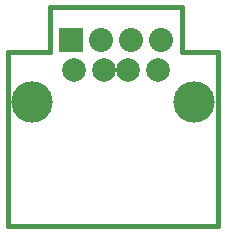
<source format=gbs>
G04 (created by PCBNEW-RS274X (2012-apr-16-27)-stable) date dim. 02 juin 2013 02:33:15 CST*
G01*
G70*
G90*
%MOIN*%
G04 Gerber Fmt 3.4, Leading zero omitted, Abs format*
%FSLAX34Y34*%
G04 APERTURE LIST*
%ADD10C,0.006000*%
%ADD11C,0.015000*%
%ADD12C,0.079100*%
%ADD13C,0.138100*%
%ADD14R,0.080000X0.080000*%
%ADD15C,0.080000*%
G04 APERTURE END LIST*
G54D10*
G54D11*
X48400Y-34400D02*
X48400Y-32900D01*
X44000Y-32900D02*
X44000Y-34400D01*
X44000Y-32900D02*
X48400Y-32900D01*
X49600Y-34400D02*
X49600Y-40200D01*
X42600Y-40200D02*
X42600Y-34400D01*
X44000Y-34400D02*
X42600Y-34400D01*
X49600Y-34400D02*
X48400Y-34400D01*
X49600Y-40200D02*
X42600Y-40200D01*
G54D12*
X47600Y-35000D03*
X46600Y-35000D03*
X45800Y-35000D03*
X44800Y-35000D03*
G54D13*
X48800Y-36050D03*
X43400Y-36050D03*
G54D14*
X44700Y-34000D03*
G54D15*
X45700Y-34000D03*
X46700Y-34000D03*
X47700Y-34000D03*
M02*

</source>
